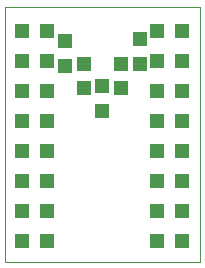
<source format=gtp>
G75*
%MOIN*%
%OFA0B0*%
%FSLAX24Y24*%
%IPPOS*%
%LPD*%
%AMOC8*
5,1,8,0,0,1.08239X$1,22.5*
%
%ADD10C,0.0000*%
%ADD11R,0.0472X0.0472*%
D10*
X002392Y002517D02*
X002392Y011017D01*
X008892Y011017D01*
X008892Y002517D01*
X002392Y002517D01*
D11*
X002978Y003204D03*
X003805Y003204D03*
X003805Y004204D03*
X002978Y004204D03*
X002978Y005204D03*
X003805Y005204D03*
X003805Y006204D03*
X002978Y006204D03*
X002978Y007204D03*
X003805Y007204D03*
X003805Y008204D03*
X002978Y008204D03*
X002978Y009204D03*
X003805Y009204D03*
X004392Y009041D03*
X005017Y009118D03*
X004392Y009868D03*
X003805Y010204D03*
X002978Y010204D03*
X005017Y008291D03*
X005642Y008368D03*
X006267Y008291D03*
X006267Y009118D03*
X006892Y009103D03*
X007478Y009204D03*
X006892Y009930D03*
X007478Y010204D03*
X008305Y010204D03*
X008305Y009204D03*
X008305Y008204D03*
X007478Y008204D03*
X007478Y007204D03*
X008305Y007204D03*
X008305Y006204D03*
X007478Y006204D03*
X007478Y005204D03*
X008305Y005204D03*
X008305Y004204D03*
X007478Y004204D03*
X007478Y003204D03*
X008305Y003204D03*
X005642Y007541D03*
M02*

</source>
